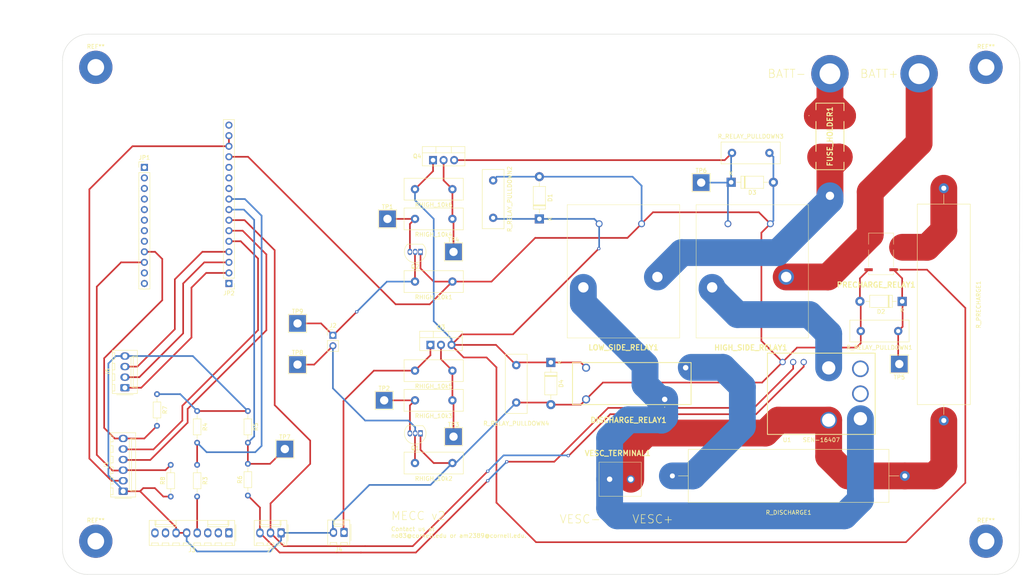
<source format=kicad_pcb>
(kicad_pcb (version 20221018) (generator pcbnew)
  (title_block (title "Relay Board") (rev "v1"))
  (layers (0 "F.Cu" signal) (31 "B.Cu" signal) (34 "B.Paste" user) (35 "F.Paste" user) (36 "B.SilkS" user "B.Silkscreen") (37 "F.SilkS" user "F.Silkscreen") (38 "B.Mask" user) (39 "F.Mask" user) (44 "Edge.Cuts" user))
  (net 0 "")
  (net 1 "+5V")
  (net 2 "PRE_LOW_DIS")
  (net 3 "HIGH_SIDE")
  (net 4 "VESC_NEG")
  (net 5 "BATT_POS")
  (net 6 "VESC_POS")
  (net 7 "BATT_NEG")
  (net 8 "GND")
  (net 10 "BATT_V_SENSOR")
  (net 11 "BATT_CURR_SENSOR")
  (net 12 "HIGH_SIDE_STM")
  (net 13 "PRE_LOW_DIS_STM")
  (net 14 "Net-(DISCHARGE_RELAY1-NC)")
  (net 15 "VBAT")
  (net 16 "/EN")
  (net 18 "VBUS")
  (net 19 "/D13")
  (net 20 "/D12")
  (net 21 "/D11")
  (net 22 "/D10")
  (net 23 "/D9")
  (net 25 "WAVE_GAUGE")
  (net 26 "/SCL")
  (net 27 "/SDA")
  (net 28 "/BOOT0")
  (net 31 "IO_ESTOP")
  (net 32 "IO_HIGH_SIDE_RELAY")
  (net 33 "IO_LOW_OUT")
  (net 34 "/A2")
  (net 35 "/A1")
  (net 36 "VESC_OUTPUT")
  (net 37 "/~{RESET}")
  (net 38 "Net-(LOW_SIDE_RELAY1-COM)")
  (net 39 "Net-(PRECHARGE_RELAY1-COM)")
  (net 40 "Net-(Q1-D)")
  (net 41 "Net-(Q2-D)")
  (net 42 "Net-(Q3-G)")
  (net 43 "Net-(Q4-G)")
  (net 46 "Net-(HIGH_SIDE_RELAY1-NO)")
  (net 47 "VESC_INPUT")
  (net 48 "VESC_POWER_SWITCH")
  (net 49 "ADVANCE_BUTTON_RED")
  (net 50 "/A4")
  (net 51 "/A3")
  (net 52 "TORQUE_SENSOR")
  (net 53 "+3.3V")
  (footprint "Resistor_THT:R_Axial_DIN0204_L3.6mm_D1.6mm_P7.62mm_Horizontal" (layer "F.Cu") (at 92.71 166.624 -90)
    (fp_text reference "R7")
    (fp_text value "6.57K")
  )
  (footprint "MECC-CUI-Screw-terminal:TB00650802BE" (layer "F.Cu") (at 206.594375 187.09125 180)
    (fp_text reference "VESC_TERMINAL1")
    (fp_text value "TB006-508-02BE" hide)
  )
  (footprint "Connector_Molex:Molex_KK-254_AE-6410-03A_1x03_P2.54mm_Vertical" (layer "F.Cu") (at 122.54 200 180)
    (fp_text reference "J7")
    (fp_text value "IV Sens")
  )
  (footprint "Diode_THT:D_DO-41_SOD81_P10.16mm_Horizontal" (layer "F.Cu") (at 271.840625 144.30375 180)
    (fp_text reference "D2")
    (fp_text value "1N4007")
  )
  (footprint "MECC-Discharge-relay:213932246" (layer "F.Cu") (at 214.75125 167.8825)
    (fp_text reference "DISCHARGE_RELAY1")
    (fp_text value "2-1393224-6" hide)
  )
  (footprint "Connector_PinHeader_2.54mm:PinHeader_1x02_P2.54mm_Vertical" (layer "F.Cu") (at 135 152.46)
    (fp_text reference "J2")
    (fp_text value "STM SIGS")
  )
  (footprint "Resistor_THT:R_Box_L14.0mm_W5.0mm_P9.00mm" (layer "F.Cu") (at 261.8825 151.4475)
    (fp_text reference "R_RELAY_PULLDOWN1")
    (fp_text value "40k")
  )
  (footprint "Resistor_THT:R_Box_L14.0mm_W5.0mm_P9.00mm" (layer "F.Cu") (at 239.92625 108.585 180)
    (fp_text reference "R_RELAY_PULLDOWN3")
    (fp_text value "40k")
  )
  (footprint "TestPoint:TestPoint_THTPad_4.0x4.0mm_Drill2.0mm" (layer "F.Cu") (at 271.145 159.385)
    (fp_text reference "TP5")
    (fp_text value "TestPoint")
  )
  (footprint "MECC-Fuse-holder:01000065Z" (layer "F.Cu") (at 254.47625 104.61625 -90)
    (fp_text reference "FUSE_HOLDER1")
    (fp_text value "01000065Z" hide)
  )
  (footprint "Resistor_THT:R_Axial_DIN0204_L3.6mm_D1.6mm_P7.62mm_Horizontal" (layer "F.Cu") (at 114.554 191.008 90)
    (fp_text reference "R6")
    (fp_text value "9K")
  )
  (footprint "TestPoint:TestPoint_THTPad_4.0x4.0mm_Drill2.0mm" (layer "F.Cu") (at 163.98875 176.8475)
    (fp_text reference "TP3")
    (fp_text value "TestPoint")
  )
  (footprint "Diode_THT:D_DO-41_SOD81_P10.16mm_Horizontal" (layer "F.Cu") (at 230.724375 115.65375)
    (fp_text reference "D3")
    (fp_text value "1N4007")
  )
  (footprint "Resistor_THT:R_Box_L14.0mm_W5.0mm_P9.00mm" (layer "F.Cu") (at 163.72625 183.1975 180)
    (fp_text reference "RHIGH_10k2")
    (fp_text value "10k")
  )
  (footprint "MECC-HV-relay:J115F11AH12VDCSH15U" (layer "F.Cu") (at 226.154375 140.935)
    (fp_text reference "HIGH_SIDE_RELAY1")
    (fp_text value "J115F11AH12VDCSH1.5U" hide)
  )
  (footprint "Resistor_THT:R_Box_L14.0mm_W5.0mm_P9.00mm" (layer "F.Cu") (at 173.51375 115.1975 -90)
    (fp_text reference "R_RELAY_PULLDOWN2")
    (fp_text value "40k")
  )
  (footprint "Resistor_THT:R_Box_L14.0mm_W5.0mm_P9.00mm" (layer "F.Cu") (at 163.72625 124.46 180)
    (fp_text reference "RHIGH_10k4")
    (fp_text value "10k")
  )
  (footprint "Resistor_THT:R_Box_L14.0mm_W5.0mm_P9.00mm" (layer "F.Cu") (at 163.72625 139.54125 180)
    (fp_text reference "RHIGH_10k1")
    (fp_text value "10k")
  )
  (footprint "Resistor_THT:R_Axial_DIN0204_L3.6mm_D1.6mm_P7.62mm_Horizontal" (layer "F.Cu") (at 102.362 183.642 -90)
    (fp_text reference "R3")
    (fp_text value "9.8K")
  )
  (footprint "TestPoint:TestPoint_THTPad_4.0x4.0mm_Drill2.0mm" (layer "F.Cu") (at 163.98875 132.3975)
    (fp_text reference "TP4")
    (fp_text value "TestPoint")
  )
  (footprint "Diode_THT:D_DO-41_SOD81_P10.16mm_Horizontal" (layer "F.Cu") (at 187.385625 158.9925 -90)
    (fp_text reference "D4")
    (fp_text value "1N4007")
  )
  (footprint "MECC-SEN-16407:SEN-16407" (layer "F.Cu") (at 265.352125 156.74975 -90)
    (fp_text reference "U1")
    (fp_text value "SEN-16407")
  )
  (footprint "Diode_THT:D_DO-41_SOD81_P10.16mm_Horizontal" (layer "F.Cu") (at 184.62625 124.46 90)
    (fp_text reference "D1")
    (fp_text value "1N4007")
  )
  (footprint "Resistor_THT:R_Axial_Power_L48.0mm_W12.5mm_P55.88mm" (layer "F.Cu") (at 281.841875 172.9625 90)
    (fp_text reference "R_PRECHARGE1")
    (fp_text value "R")
  )
  (footprint "Resistor_THT:R_Axial_Power_L48.0mm_W12.5mm_P55.88mm" (layer "F.Cu") (at 216.595625 186.2975)
    (fp_text reference "R_DISCHARGE1")
    (fp_text value "R")
  )
  (footprint "Package_TO_SOT_THT:TO-92_Inline" (layer "F.Cu") (at 156.05125 176.05375 180)
    (fp_text reference "Q1")
    (fp_text value "NMOS")
  )
  (footprint "Connector_Molex:Molex_KK-254_AE-6410-04A_1x04_P2.54mm_Vertical" (layer "F.Cu") (at 85 165.08 90)
    (fp_text reference "J6")
    (fp_text value "VESC IN")
  )
  (footprint "Resistor_THT:R_Axial_DIN0204_L3.6mm_D1.6mm_P7.62mm_Horizontal" (layer "F.Cu") (at 96.012 191.262 90)
    (fp_text reference "R8")
    (fp_text value "9.8K")
  )
  (footprint "Connector_PinHeader_2.54mm:PinHeader_1x12_P2.54mm_Vertical" (layer "F.Cu") (at 89.68 112.06)
    (fp_text reference "JP1")
    (fp_text value "HEADER-1X12")
  )
  (footprint "TestPoint:TestPoint_THTPad_4.0x4.0mm_Drill2.0mm" (layer "F.Cu") (at 147.32 168.11625)
    (fp_text reference "TP2")
    (fp_text value "TestPoint")
  )
  (footprint "MountingHole:MountingHole_4mm_Pad" (layer "F.Cu") (at 78 88)
    (fp_text reference "REF**")
    (fp_text value "MountingHole_4mm_Pad")
  )
  (footprint "Connector_Molex:Molex_KK-254_AE-6410-08A_1x08_P2.54mm_Vertical" (layer "F.Cu") (at 110 200 180)
    (fp_text reference "J3")
    (fp_text value "Wave_Gauge")
  )
  (footprint "TestPoint:TestPoint_THTPad_4.0x4.0mm_Drill2.0mm" (layer "F.Cu") (at 126.492 159.512)
    (fp_text reference "TP8")
    (fp_text value "TestPoint")
  )
  (footprint "Resistor_THT:R_Box_L14.0mm_W5.0mm_P9.00mm" (layer "F.Cu") (at 163.72625 168.11625 180)
    (fp_text reference "RHIGH_10k3")
    (fp_text value "10k")
  )
  (footprint "Resistor_THT:R_Box_L14.0mm_W5.0mm_P9.00mm" (layer "F.Cu") (at 163.72625 160.9725 180)
    (fp_text reference "RHIGH_10k5")
    (fp_text value "10k")
  )
  (footprint "Package_TO_SOT_THT:TO-220-3_Vertical" (layer "F.Cu") (at 158.4325 154.77375)
    (fp_text reference "Q3")
    (fp_text value "PMOS")
  )
  (footprint "Resistor_THT:R_Box_L14.0mm_W5.0mm_P9.00mm" (layer "F.Cu") (at 163.72625 117.31625 180)
    (fp_text reference "RHIGH_10k6")
    (fp_text value "10k")
  )
  (footprint "Package_TO_SOT_THT:TO-92_Inline" (layer "F.Cu") (at 156.05125 132.3975 180)
    (fp_text reference "Q2")
    (fp_text value "NMOS")
  )
  (footprint "Connector_Molex:Molex_KK-254_AE-6410-02A_1x02_P2.54mm_Vertical" (layer "F.Cu") (at 137.668 199.898 180)
    (fp_text reference "J4")
    (fp_text value "4.9V")
  )
  (footprint "TestPoint:TestPoint_THTPad_4.0x4.0mm_Drill2.0mm" (layer "F.Cu") (at 148.11375 124.46)
    (fp_text reference "TP1")
    (fp_text value "TestPoint")
  )
  (footprint "TestPoint:TestPoint_THTPad_4.0x4.0mm_Drill2.0mm" (layer "F.Cu") (at 123.444 179.832)
    (fp_text reference "TP7")
    (fp_text value "TestPoint")
  )
  (footprint "Connector_Molex:Molex_KK-254_AE-6410-06A_1x06_P2.54mm_Vertical" (layer "F.Cu") (at 84.582 189.992 90)
    (fp_text reference "J1")
    (fp_text value "UI BUS")
  )
  (footprint "MountingHole:MountingHole_4mm_Pad" (layer "F.Cu") (at 292 88)
    (fp_text reference "REF**")
    (fp_text value "MountingHole_4mm_Pad")
  )
  (footprint "TestPoint:TestPoint_THTPad_4.0x4.0mm_Drill2.0mm" (layer "F.Cu") (at 223.52 115.72875)
    (fp_text reference "TP6")
    (fp_text value "TestPoint")
  )
  (footprint "MECC-Precharge-relay:IMB03CGR" (layer "F.Cu") (at 266.760625 133.985 90)
    (fp_text reference "PRECHARGE_RELAY1")
    (fp_text value "IMB03CGR" hide)
  )
  (footprint "Resistor_THT:R_Box_L14.0mm_W5.0mm_P9.00mm" (layer "F.Cu") (at 179.07 159.6475 -90)
    (fp_text reference "R_RELAY_PULLDOWN4")
    (fp_text value "40k")
  )
  (footprint "Resistor_THT:R_Axial_DIN0204_L3.6mm_D1.6mm_P7.62mm_Horizontal" (layer "F.Cu") (at 102.362 170.688 -90)
    (fp_text reference "R4")
    (fp_text value "3.9K")
  )
  (footprint "Resistor_THT:R_Axial_DIN0204_L3.6mm_D1.6mm_P7.62mm_Horizontal" (layer "F.Cu") (at 114.554 170.688 -90)
    (fp_text reference "R5")
    (fp_text value "7.45K")
  )
  (footprint "MountingHole:MountingHole_4mm_Pad" (layer "F.Cu") (at 78 202)
    (fp_text reference "REF**")
    (fp_text value "MountingHole_4mm_Pad")
  )
  (footprint "Connector_PinHeader_2.54mm:PinHeader_1x16_P2.54mm_Vertical" (layer "F.Cu") (at 110 140 180)
    (fp_text reference "JP2")
    (fp_text value "HEADER-1X16ROUND")
  )
  (footprint "MECC-HV-relay:J115F11AH12VDCSH15U" (layer "F.Cu") (at 195.198125 140.935)
    (fp_text reference "LOW_SIDE_RELAY1")
    (fp_text value "J115F11AH12VDCSH1.5U" hide)
  )
  (footprint "Package_TO_SOT_THT:TO-220-3_Vertical" (layer "F.Cu") (at 159.0675 110.32375)
    (fp_text reference "Q4")
    (fp_text value "PMOS")
  )
  (footprint "TestPoint:TestPoint_THTPad_4.0x4.0mm_Drill2.0mm" (layer "F.Cu") (at 126.492 149.606)
    (fp_text reference "TP9")
    (fp_text value "TestPoint")
  )
  (footprint "MountingHole:MountingHole_4mm_Pad" (layer "F.Cu") (at 292 202)
    (fp_text reference "REF**")
    (fp_text value "MountingHole_4mm_Pad")
  )
  (gr_line (start 292.948638 80) (end 76.35 80) (stroke (width 0.1)) (layer "Edge.Cuts"))
  (gr_arc (start 299.999965 204.07112) (mid 298.263454 208.263454) (end 294.071135 210) (stroke (width 0.1)) (layer "Edge.Cuts"))
  (gr_line (start 294.071135 210) (end 76 210) (stroke (width 0.1)) (layer "Edge.Cuts"))
  (gr_arc (start 70 86.35) (mid 71.859872 81.859872) (end 76.35 80) (stroke (width 0.1)) (layer "Edge.Cuts"))
  (gr_line (start 70 204) (end 70 86.35) (stroke (width 0.1)) (layer "Edge.Cuts"))
  (gr_arc (start 76 210) (mid 71.757359 208.242641) (end 70 204) (stroke (width 0.1)) (layer "Edge.Cuts"))
  (gr_arc (start 292.948638 80) (mid 298 82.092374) (end 300.092388 87.14375) (stroke (width 0.1)) (layer "Edge.Cuts"))
  (gr_line (start 300.092388 87.14375) (end 299.999965 204.07112) (stroke (width 0.1)) (layer "Edge.Cuts"))
  (gr_text "VESC+\n" (at 206.85125 196.69125) (layer "F.SilkS") (effects (font (size 2 2)) (justify left)))
  (gr_text "BATT-" (at 239.395 89.535) (layer "F.SilkS") (effects (font (size 2 2)) (justify left)))
  (gr_text "BATT+" (at 261.62 89.535) (layer "F.SilkS") (effects (font (size 2 2)) (justify left)))
  (gr_text "VESC-" (at 189.38875 196.69125) (layer "F.SilkS") (effects (font (size 2 2)) (justify left)))
  (gr_text "MECC v2" (at 148.9075 195.8975) (layer "F.SilkS") (effects (font (size 2 2)) (justify left)))
  (gr_text "Contact us at\nno83@cornell.edu or am2389@cornell.edu." (at 148.9075 199.86625) (layer "F.SilkS") (effects (font (size 1 1)) (justify left)))
  (segment (start 158.4325 157.26625) (end 158.4325 154.77375) (width 0.4) (layer "F.Cu") (net 1))
  (segment (start 137.54 168.276) (end 144.8435 160.9725) (width 0.4) (layer "F.Cu") (net 1))
  (segment (start 144.8435 160.9725) (end 154.72625 160.9725) (width 0.4) (layer "F.Cu") (net 1))
  (segment (start 137.54 200) (end 137.54 168.276) (width 0.4) (layer "F.Cu") (net 1))
  (segment (start 154.72625 160.9725) (end 158.4325 157.26625) (width 0.4) (layer "F.Cu") (net 1))
  (segment (start 171.92625 157.7975) (end 174.3075 160.17875) (width 0.4) (layer "F.Cu") (net 2))
  (segment (start 187.385625 158.9925) (end 194.58125 158.9925) (width 0.4) (layer "F.Cu") (net 2))
  (segment (start 178.27625 152.24125) (end 198.91375 131.60375) (width 0.4) (layer "F.Cu") (net 2))
  (segment (start 159.0675 110.32375) (end 159.0675 112.975) (width 0.4) (layer "F.Cu") (net 2))
  (segment (start 271.93875 144.401875) (end 271.840625 144.30375) (width 0.4) (layer "F.Cu") (net 2))
  (segment (start 270.8825 159.1225) (end 271.145 159.385) (width 0.4) (layer "F.Cu") (net 2))
  (segment (start 166.02075 152.24125) (end 178.27625 152.24125) (width 0.4) (layer "F.Cu") (net 2))
  (segment (start 271.840625 144.30375) (end 271.840625 138.765) (width 0.4) (layer "F.Cu") (net 2))
  (segment (start 174.3075 192.7225) (end 183.8325 202.2475) (width 0.4) (layer "F.Cu") (net 2))
  (segment (start 270.8825 151.4475) (end 270.8825 159.1225) (width 0.4) (layer "F.Cu") (net 2))
  (segment (start 174.19625 154.77375) (end 163.5125 154.77375) (width 0.4) (layer "F.Cu") (net 2))
  (segment (start 287.02 145.89125) (end 277.81375 136.685) (width 0.4) (layer "F.Cu") (net 2))
  (segment (start 272.7325 202.2475) (end 287.02 187.96) (width 0.4) (layer "F.Cu") (net 2))
  (segment (start 194.58125 158.9925) (end 195.85125 160.2625) (width 0.4) (layer "F.Cu") (net 2))
  (segment (start 174.3075 160.17875) (end 174.3075 192.7225) (width 0.4) (layer "F.Cu") (net 2))
  (segment (start 163.5125 154.77375) (end 163.5125 154.7495) (width 0.4) (layer "F.Cu") (net 2))
  (segment (start 271.840625 138.765) (end 269.760625 136.685) (width 0.4) (layer "F.Cu") (net 2))
  (segment (start 163.5125 154.8765) (end 166.4335 157.7975) (width 0.4) (layer "F.Cu") (net 2))
  (segment (start 163.5125 154.77375) (end 163.5125 154.8765) (width 0.4) (layer "F.Cu") (net 2))
  (segment (start 179.07 159.6475) (end 174.19625 154.77375) (width 0.4) (layer "F.Cu") (net 2))
  (segment (start 187.385625 158.9925) (end 179.725 158.9925) (width 0.4) (layer "F.Cu") (net 2))
  (segment (start 179.725 158.9925) (end 179.07 159.6475) (width 0.4) (layer "F.Cu") (net 2))
  (segment (start 183.8325 202.2475) (end 272.7325 202.2475) (width 0.4) (layer "F.Cu") (net 2))
  (segment (start 270.8825 151.4475) (end 271.93875 150.39125) (width 0.4) (layer "F.Cu") (net 2))
  (segment (start 271.93875 150.39125) (end 271.93875 144.401875) (width 0.4) (layer "F.Cu") (net 2))
  (segment (start 287.02 187.96) (end 287.02 145.89125) (width 0.4) (layer "F.Cu") (net 2))
  (segment (start 163.5125 154.7495) (end 166.02075 152.24125) (width 0.4) (layer "F.Cu") (net 2))
  (segment (start 277.81375 136.685) (end 269.760625 136.685) (width 0.4) (layer "F.Cu") (net 2))
  (segment (start 159.0675 112.975) (end 154.72625 117.31625) (width 0.4) (layer "F.Cu") (net 2))
  (segment (start 166.4335 157.7975) (end 171.92625 157.7975) (width 0.4) (layer "F.Cu") (net 2))
  (via (at 198.91375 131.60375) (size 0.8) (drill 0.4) (layers "F.Cu" "B.Cu") (net 2))
  (segment (start 173.77625 124.46) (end 173.51375 124.1975) (width 0.4) (layer "B.Cu") (net 2))
  (segment (start 154.72625 117.31625) (end 154.72625 119.96) (width 0.4) (layer "B.Cu") (net 2))
  (segment (start 198.91375 131.60375) (end 198.998125 131.519375) (width 0.4) (layer "B.Cu") (net 2))
  (segment (start 163.5125 153.3525) (end 163.5125 154.77375) (width 0.4) (layer "B.Cu") (net 2))
  (segment (start 197.823125 124.46) (end 198.998125 125.635) (width 0.4) (layer "B.Cu") (net 2))
  (segment (start 198.998125 131.519375) (end 198.998125 125.635) (width 0.4) (layer "B.Cu") (net 2))
  (segment (start 159.22625 149.06625) (end 163.5125 153.3525) (width 0.4) (layer "B.Cu") (net 2))
  (segment (start 184.62625 124.46) (end 197.823125 124.46) (width 0.4) (layer "B.Cu") (net 2))
  (segment (start 184.62625 124.46) (end 173.77625 124.46) (width 0.4) (layer "B.Cu") (net 2))
  (segment (start 154.72625 119.96) (end 159.22625 124.46) (width 0.4) (layer "B.Cu") (net 2))
  (segment (start 159.22625 124.46) (end 159.22625 149.06625) (width 0.4) (layer "B.Cu") (net 2))
  (segment (start 164.1475 110.32375) (end 229.1875 110.32375) (width 0.4) (layer "F.Cu") (net 3))
  (segment (start 229.1875 110.32375) (end 230.92625 108.585) (width 0.4) (layer "F.Cu") (net 3))
  (segment (start 230.72438 108.786879) (end 230.926259 108.585) (width 0.4) (layer "B.Cu") (net 3))
  (segment (start 229.954375 125.635) (end 229.954375 116.42375) (width 0.4) (layer "B.Cu") (net 3))
  (segment (start 229.954375 116.42375) (end 230.724375 115.65375) (width 0.4) (layer "B.Cu") (net 3))
  (segment (start 223.52 115.72875) (end 230.649375 115.72875) (width 0.4) (layer "B.Cu") (net 3))
  (segment (start 230.724375 115.65375) (end 230.724375 108.786875) (width 0.4) (layer "B.Cu") (net 3))
  (segment (start 210.02625 164.329375) (end 210.02625 159.604375) (width 6.45) (layer "B.Cu") (net 4))
  (segment (start 213.995 172.87875) (end 214.75125 172.1225) (width 6.45) (layer "B.Cu") (net 4))
  (segment (start 195.198125 144.77625) (end 195.198125 140.935) (width 6.45) (layer "B.Cu") (net 4))
  (segment (start 261.796125 172.52875) (end 261.796125 192.05575) (width 6.45) (layer "B.Cu") (net 4))
  (segment (start 203.335625 195.8975) (end 201.514375 194.07625) (width 6.45) (layer "B.Cu") (net 4))
  (segment (start 214.75125 167.8825) (end 213.579375 167.8825) (width 6.45) (layer "B.Cu") (net 4))
  (segment (start 213.92 172.80375) (end 213.995 172.87875) (width 6.45) (layer "B.Cu") (net 4))
  (segment (start 201.514375 194.07625) (end 201.514375 187.09125) (width 6.45) (layer "B.Cu") (net 4))
  (segment (start 213.579375 167.8825) (end 210.02625 164.329375) (width 6.45) (layer "B.Cu") (net 4))
  (segment (start 201.514375 177.2475) (end 205.958125 172.80375) (width 6.45) (layer "B.Cu") (net 4))
  (segment (start 210.02625 159.604375) (end 195.198125 144.77625) (width 6.45) (layer "B.Cu") (net 4))
  (segment (start 261.796125 192.05575) (end 257.954375 195.8975) (width 6.45) (layer "B.Cu") (net 4))
  (segment (start 201.514375 187.09125) (end 201.514375 177.2475) (width 6.45) (layer "B.Cu") (net 4))
  (segment (start 214.75125 172.1225) (end 214.75125 167.8825) (width 6.45) (layer "B.Cu") (net 4))
  (segment (start 205.958125 172.80375) (end 213.92 172.80375) (width 6.45) (layer "B.Cu") (net 4))
  (segment (start 257.954375 195.8975) (end 203.335625 195.8975) (width 6.45) (layer "B.Cu") (net 4))
  (segment (start 243.954375 138.435) (end 253.995 138.435) (width 6.45) (layer "F.Cu") (net 5))
  (segment (start 275.9075 106.20375) (end 275.9075 89.535) (width 6.45) (layer "F.Cu") (net 5))
  (segment (start 264.16 117.95125) (end 275.9075 106.20375) (width 6.45) (layer "F.Cu") (net 5))
  (segment (start 264.16 128.27) (end 264.16 117.95125) (width 6.45) (layer "F.Cu") (net 5))
  (segment (start 253.995 138.435) (end 264.16 128.27) (width 6.45) (layer "F.Cu") (net 5))
  (via (at 275.9075 89.535) (size 9) (drill 5) (layers "F.Cu" "B.Cu") (net 5))
  (segment (start 279.460625 186.2975) (end 281.841875 183.91625) (width 6.45) (layer "F.Cu") (net 6))
  (segment (start 281.841875 183.91625) (end 281.841875 172.9625) (width 6.45) (layer "F.Cu") (net 6))
  (segment (start 206.594375 187.09125) (end 206.594375 179.78875) (width 6.45) (layer "F.Cu") (net 6))
  (segment (start 254.173125 172.87875) (end 254.173125 181.6475) (width 6.45) (layer "F.Cu") (net 6))
  (segment (start 242.079375 172.87875) (end 254.173125 172.87875) (width 6.45) (layer "F.Cu") (net 6))
  (segment (start 210.404375 175.97875) (end 238.979375 175.97875) (width 6.45) (layer "F.Cu") (net 6))
  (segment (start 238.979375 175.97875) (end 242.079375 172.87875) (width 6.45) (layer "F.Cu") (net 6))
  (segment (start 272.475625 186.2975) (end 279.460625 186.2975) (width 6.45) (layer "F.Cu") (net 6))
  (segment (start 258.823125 186.2975) (end 272.475625 186.2975) (width 6.45) (layer "F.Cu") (net 6))
  (segment (start 254.173125 181.6475) (end 258.823125 186.2975) (width 6.45) (layer "F.Cu") (net 6))
  (segment (start 206.594375 179.78875) (end 210.404375 175.97875) (width 6.45) (layer "F.Cu") (net 6))
  (segment (start 254.47625 96.62625) (end 251.44625 99.65625) (width 6.45) (layer "F.Cu") (net 7))
  (segment (start 254.47625 89.535) (end 254.47625 96.62625) (width 6.45) (layer "F.Cu") (net 7))
  (segment (start 257.50625 99.65625) (end 254.47625 96.62625) (width 6.45) (layer "F.Cu") (net 7))
  (segment (start 251.44625 99.65625) (end 257.50625 99.65625) (width 6.45) (layer "F.Cu") (net 7))
  (via (at 254.47625 89.535) (size 9) (drill 5) (layers "F.Cu" "B.Cu") (net 7))
  (segment (start 163.72625 139.54125) (end 159.22625 139.54125) (width 0.4) (layer "F.Cu") (net 8))
  (segment (start 195.85125 167.8825) (end 199.90375 163.83) (width 0.4) (layer "F.Cu") (net 8))
  (segment (start 246.576025 155.41625) (end 260.82625 155.41625) (width 0.4) (layer "F.Cu") (net 8))
  (segment (start 92.202 189.23) (end 89.408 189.23) (width 0.4) (layer "F.Cu") (net 8))
  (segment (start 261.680625 144.30375) (end 261.680625 138.765) (width 0.4) (layer "F.Cu") (net 8))
  (segment (start 199.90375 163.83) (end 238.162275 163.83) (width 0.4) (layer "F.Cu") (net 8))
  (segment (start 194.58125 169.1525) (end 195.85125 167.8825) (width 0.4) (layer "F.Cu") (net 8))
  (segment (start 94.234 191.262) (end 92.202 189.23) (width 0.4) (layer "F.Cu") (net 8))
  (segment (start 179.575 169.1525) (end 179.07 168.6475) (width 0.4) (layer "F.Cu") (net 8))
  (segment (start 261.8825 151.4475) (end 261.874 151.439) (width 0.4) (layer "F.Cu") (net 8))
  (segment (start 260.82625 155.41625) (end 261.8825 154.36) (width 0.4) (layer "F.Cu") (net 8))
  (segment (start 159.22625 139.54125) (end 156.05125 136.36625) (width 0.4) (layer "F.Cu") (net 8))
  (segment (start 187.385625 169.1525) (end 194.58125 169.1525) (width 0.4) (layer "F.Cu") (net 8))
  (segment (start 237.391875 122.8725) (end 240.154375 125.635) (width 0.4) (layer "F.Cu") (net 8))
  (segment (start 209.198125 125.635) (end 209.198125 125.605625) (width 0.4) (layer "F.Cu") (net 8))
  (segment (start 261.8825 154.36) (end 261.8825 151.4475) (width 0.4) (layer "F.Cu") (net 8))
  (segment (start 238.162275 163.83) (end 243.091525 158.90075) (width 0.4) (layer "F.Cu") (net 8))
  (segment (start 156.05125 180.0225) (end 156.05125 176.05375) (width 0.4) (layer "F.Cu") (net 8))
  (segment (start 163.98875 139.80375) (end 163.72625 139.54125) (width 0.4) (layer "F.Cu") (net 8))
  (segment (start 96.012 191.262) (end 94.234 191.262) (width 0.4) (layer "F.Cu") (net 8))
  (segment (start 209.198125 125.605625) (end 211.93125 122.8725) (width 0.4) (layer "F.Cu") (net 8))
  (segment (start 163.12625 140.14125) (end 158.2675 145) (width 0.4) (layer "F.Cu") (net 8))
  (segment (start 173.116875 139.54125) (end 163.72625 139.54125) (width 0.4) (layer "F.Cu") (net 8))
  (segment (start 237.998 127.791375) (end 240.154375 125.635) (width 0.4) (layer "F.Cu") (net 8))
  (segment (start 150.08 145) (end 114.6 109.52) (width 0.4) (layer "F.Cu") (net 8))
  (segment (start 156.05125 136.36625) (end 156.05125 132.3975) (width 0.4) (layer "F.Cu") (net 8))
  (segment (start 114.6 109.52) (end 110 109.52) (width 0.4) (layer "F.Cu") (net 8))
  (segment (start 205.801125 129.032) (end 183.626125 129.032) (width 0.4) (layer "F.Cu") (net 8))
  (segment (start 159.22625 183.1975) (end 156.05125 180.0225) (width 0.4) (layer "F.Cu") (net 8))
  (segment (start 179.07 168.6475) (end 186.880625 168.6475) (width 0.4) (layer "F.Cu") (net 8))
  (segment (start 88.646 189.992) (end 97.3 198.646) (width 0.4) (layer "F.Cu") (net 8))
  (segment (start 183.626125 129.032) (end 173.116875 139.54125) (width 0.4) (layer "F.Cu") (net 8))
  (segment (start 261.874 151.439) (end 261.874 144.497125) (width 0.4) (layer "F.Cu") (net 8))
  (segment (start 261.680625 138.765) (end 263.760625 136.685) (width 0.4) (layer "F.Cu") (net 8))
  (segment (start 89.408 189.23) (end 88.646 189.992) (width 0.4) (layer "F.Cu") (net 8))
  (segment (start 97.3 200) (end 99.84 200) (width 0.4) (layer "F.Cu") (net 8))
  (segment (start 163.72625 183.1975) (end 159.22625 183.1975) (width 0.4) (layer "F.Cu") (net 8))
  (segment (start 102.362 170.688) (end 114.554 170.688) (width 0.4) (layer "F.Cu") (net 8))
  (segment (start 261.874 144.497125) (end 261.680625 144.30375) (width 0.4) (layer "F.Cu") (net 8))
  (segment (start 97.3 198.646) (end 97.3 200) (width 0.4) (layer "F.Cu") (net 8))
  (segment (start 243.091525 158.90075) (end 246.576025 155.41625) (width 0.4) (layer "F.Cu") (net 8))
  (segment (start 209.198125 125.635) (end 205.801125 129.032) (width 0.4) (layer "F.Cu") (net 8))
  (segment (start 237.998 153.807225) (end 237.998 127.791375) (width 0.4) (layer "F.Cu") (net 8))
  (segment (start 84.836 189.992) (end 88.646 189.992) (width 0.4) (layer "F.Cu") (net 8))
  (segment (start 243.091525 158.90075) (end 237.998 153.807225) (width 0.4) (layer "F.Cu") (net 8))
  (segment (start 158.2675 145) (end 150.08 145) (width 0.4) (layer "F.Cu") (net 8))
  (segment (start 211.93125 122.8725) (end 237.391875 122.8725) (width 0.4) (layer "F.Cu") (net 8))
  (segment (start 186.880625 168.6475) (end 186.961361 168.728236) (width 0.4) (layer "F.Cu") (net 8))
  (segment (start 240.884375 115.65375) (end 240.884375 109.543125) (width 0.4) (layer "B.Cu") (net 8))
  (segment (start 207.01 114.3) (end 209.2325 116.5225) (width 0.4) (layer "B.Cu") (net 8))
  (segment (start 184.62625 114.3) (end 207.01 114.3) (width 0.4) (layer "B.Cu") (net 8))
  (segment (start 240.154384 125.635004) (end 240.88438 124.905008) (width 0.4) (layer "B.Cu") (net 8))
  (segment (start 184.62625 114.3) (end 174.41125 114.3) (width 0.4) (layer "B.Cu") (net 8))
  (segment (start 82.824 157.46) (end 85 157.46) (width 0.4) (layer "B.Cu") (net 8))
  (segment (start 179.07 168.6475) (end 164.52 183.1975) (width 0.4) (layer "B.Cu") (net 8))
  (segment (start 119.888 204.47) (end 122.54 201.818) (width 0.4) (layer "B.Cu") (net 8))
  (segment (start 101.326 157.46) (end 85 157.46) (width 0.4) (layer "B.Cu") (net 8))
  (segment (start 92.71 166.624) (end 98.298 166.624) (width 0.4) (layer "B.Cu") (net 8))
  (segment (start 81.026 186.182) (end 81.026 159.258) (width 0.4) (layer "B.Cu") (net 8))
  (segment (start 122.54 201.818) (end 122.54 200) (width 0.4) (layer "B.Cu") (net 8))
  (segment (start 164.52 183.1975) (end 163.72625 183.1975) (width 0.4) (layer "B.Cu") (net 8))
  (segment (start 99.84 200) (end 99.84 201.948) (width 0.4) (layer "B.Cu") (net 8))
  (segment (start 174.41125 114.3) (end 173.51375 115.1975) (width 0.4) (layer "B.Cu") (net 8))
  (segment (start 240.884375 124.905) (end 240.884375 115.65375) (width 0.4) (layer "B.Cu") (net 8))
  (segment (start 102.362 204.47) (end 119.888 204.47) (width 0.4) (layer "B.Cu") (net 8))
  (segment (start 135 200) (end 135 197.232) (width 0.4) (layer "B.Cu") (net 8))
  (segment (start 143.764 188.468) (end 158.45575 188.468) (width 0.4) (layer "B.Cu") (net 8))
  (segment (start 99.84 201.948) (end 102.362 204.47) (width 0.4) (layer "B.Cu") (net 8))
  (segment (start 81.026 159.258) (end 82.824 157.46) (width 0.4) (layer "B.Cu") (net 8))
  (segment (start 114.554 170.688) (end 101.326 157.46) (width 0.4) (layer "B.Cu") (net 8))
  (segment (start 209.198125 116.556875) (end 209.198125 125.635) (width 0.4) (layer "B.Cu") (net 8))
  (segment (start 240.88438 109.543113) (end 239.926241 108.585) (width 0.4) (layer "B.Cu") (net 8))
  (segment (start 122.54 200) (end 135 200) (width 0.4) (layer "B.Cu") (net 8))
  (segment (start 158.45575 188.468) (end 163.72625 183.1975) (width 0.4) (layer "B.Cu") (net 8))
  (segment (start 84.836 189.992) (end 81.026 186.182) (width 0.4) (layer "B.Cu") (net 8))
  (segment (start 98.298 166.624) (end 102.362 170.688) (width 0.4) (layer "B.Cu") (net 8))
  (segment (start 209.2325 116.5225) (end 209.198125 116.556875) (width 0.4) (layer "B.Cu") (net 8))
  (segment (start 135 197.232) (end 143.764 188.468) (width 0.4) (layer "B.Cu") (net 8))
  (segment (start 122.184 204.724) (end 141.732 204.724) (width 0.4) (layer "F.Cu") (net 10))
  (segment (start 117.46 200) (end 117.46 193.914) (width 0.4) (layer "F.Cu") (net 10))
  (segment (start 201.168 169.926) (end 236.22 169.926) (width 0.4) (layer "F.Cu") (net 10))
  (segment (start 176.784 182.88) (end 188.214 182.88) (width 0.4) (layer "F.Cu") (net 10))
  (segment (start 117.46 193.914) (end 114.554 191.008) (width 0.4) (layer "F.Cu") (net 10))
  (segment (start 154.94 204.724) (end 172.212 187.452) (width 0.4) (layer "F.Cu") (net 10))
  (segment (start 188.214 182.88) (end 201.168 169.926) (width 0.4) (layer "F.Cu") (net 10))
  (segment (start 117.46 200) (end 122.184 204.724) (width 0.4) (layer "F.Cu") (net 10))
  (segment (start 245.631525 160.514475) (end 245.631525 158.90075) (width 0.4) (layer "F.Cu") (net 10))
  (segment (start 236.22 169.926) (end 245.631525 160.514475) (width 0.4) (layer "F.Cu") (net 10))
  (segment (start 141.732 204.724) (end 154.94 204.724) (width 0.4) (layer "F.Cu") (net 10))
  (via (at 172.212 187.452) (size 0.8) (drill 0.4) (layers "F.Cu" "B.Cu") (net 10))
  (via (at 176.784 182.88) (size 0.8) (drill 0.4) (layers "F.Cu" "B.Cu") (net 10))
  (segment (start 172.212 187.452) (end 176.784 182.88) (width 0.4) (layer "B.Cu") (net 10))
  (segment (start 142.748 203.2) (end 154.178 203.2) (width 0.4) (layer "F.Cu") (net 11))
  (segment (start 191.712668 181.413332) (end 201.676 171.45) (width 0.4) (layer "F.Cu") (net 11))
  (segment (start 191.573332 181.413332) (end 191.712668 181.413332) (width 0.4) (layer "F.Cu") (net 11))
  (segment (start 236.728 171.45) (end 248.171525 160.006475) (width 0.4) (layer "F.Cu") (net 11))
  (segment (start 154.178 203.2) (end 172.212 185.166) (width 0.4) (layer "F.Cu") (net 11))
  (segment (start 120 200) (end 120 192.928) (width 0.4) (layer "F.Cu") (net 11))
  (segment (start 129.54 183.388) (end 129.54 177.8) (width 0.4) (layer "F.Cu") (net 11))
  (segment (start 121 132) (end 113.76 124.76) (width 0.4) (layer "F.Cu") (net 11))
  (segment (start 120 192.928) (end 129.54 183.388) (width 0.4) (layer "F.Cu") (net 11))
  (segment (start 248.171525 160.006475) (end 248.171525 158.90075) (width 0.4) (layer "F.Cu") (net 11))
  (segment (start 121 169.26) (end 121 132) (width 0.4) (layer "F.Cu") (net 11))
  (segment (start 129.54 177.8) (end 121 169.26) (width 0.4) (layer "F.Cu") (net 11))
  (segment (start 123.2 203.2) (end 142.748 203.2) (width 0.4) (layer "F.Cu") (net 11))
  (segment (start 201.676 171.45) (end 236.728 171.45) (width 0.4) (layer "F.Cu") (net 11))
  (segment (start 120 200) (end 123.2 203.2) (width 0.4) (layer "F.Cu") (net 11))
  (segment (start 113.76 124.76) (end 110 124.76) (width 0.4) (layer "F.Cu") (net 11))
  (via (at 191.573332 181.413332) (size 0.8) (drill 0.4) (layers "F.Cu" "B.Cu") (net 11))
  (via (at 172.212 185.166) (size 0.8) (drill 0.4) (layers "F.Cu" "B.Cu") (net 11))
  (segment (start 190.246 181.356) (end 191.516 181.356) (width 0.4) (layer "B.Cu") (net 11))
  (segment (start 191.516 181.356) (end 191.573332 181.413332) (width 0.4) (layer "B.Cu") (net 11))
  (segment (start 176.022 181.356) (end 176.276 181.356) (width 0.4) (layer "B.Cu") (net 11))
  (segment (start 176.276 181.356) (end 190.246 181.356) (width 0.4) (layer "B.Cu") (net 11))
  (segment (start 172.212 185.166) (end 176.022 181.356) (width 0.4) (layer "B.Cu") (net 11))
  (segment (start 154.72625 139.54125) (end 154.72625 132.4525) (width 0.4) (layer "F.Cu") (net 12))
  (segment (start 154.72625 132.4525) (end 154.78125 132.3975) (width 0.4) (layer "F.Cu") (net 12))
  (segment (start 135.068 152.46) (end 140.716 146.812) (width 0.4) (layer "F.Cu") (net 12))
  (segment (start 135 152.46) (end 135.068 152.46) (width 0.4) (layer "F.Cu") (net 12))
  (segment (start 126.492 149.606) (end 132.146 149.606) (width 0.4) (layer "F.Cu") (net 12))
  (segment (start 132.146 149.606) (end 135 152.46) (width 0.4) (layer "F.Cu") (net 12))
  (via (at 140.716 146.812) (size 0.8) (drill 0.4) (layers "F.Cu" "B.Cu") (net 12))
  (segment (start 147.98675 139.54125) (end 154.72625 139.54125) (width 0.4) (layer "B.Cu") (net 12))
  (segment (start 140.716 146.812) (end 147.98675 139.54125) (width 0.4) (layer "B.Cu") (net 12))
  (segment (start 154.72625 176.10875) (end 154.78125 176.05375) (width 0.4) (layer "F.Cu") (net 13))
  (segment (start 130.488 159.512) (end 135 155) (width 0.4) (layer "F.Cu") (net 13))
  (segment (start 154.72625 183.1975) (end 154.72625 176.10875) (width 0.4) (layer "F.Cu") (net 13))
  (segment (start 126.492 159.512) (end 130.488 159.512) (width 0.4) (layer "F.Cu") (net 13))
  (segment (start 135 155) (end 135 165.226) (width 0.4) (layer "B.Cu") (net 13))
  (segment (start 154.78125 174.59325) (end 154.78125 176.05375) (width 0.4) (layer "B.Cu") (net 13))
  (segment (start 153.162 172.974) (end 154.78125 174.59325) (width 0.4) (layer "B.Cu") (net 13))
  (segment (start 142.748 172.974) (end 153.162 172.974) (width 0.4) (layer "B.Cu") (net 13))
  (segment (start 135 165.226) (end 142.748 172.974) (width 0.4) (layer "B.Cu") (net 13))
  (segment (start 233.423125 174.39125) (end 221.516875 186.2975) (width 6.45) (layer "B.Cu") (net 14))
  (segment (start 221.13875 160.17875) (end 228.735625 160.17875) (width 6.45) (layer "B.Cu") (net 14))
  (segment (start 221.516875 186.2975) (end 216.595625 186.2975) (width 6.45) (layer "B.Cu") (net 14))
  (segment (start 233.423125 164.86625) (end 233.423125 174.39125) (width 6.45) (layer "B.Cu") (net 14))
  (segment (start 228.735625 160.17875) (end 233.423125 164.86625) (width 6.45) (layer "B.Cu") (net 14))
  (segment (start 102.362 199.982) (end 102.38 200) (width 0.4) (layer "F.Cu") (net 25))
  (segment (start 102.362 191.262) (end 102.362 199.982) (width 0.4) (layer "F.Cu") (net 25))
  (segment (start 85 185) (end 82 185) (width 0.4) (layer "F.Cu") (net 31))
  (segment (start 82 185) (end 78.232 181.232) (width 0.4) (layer "F.Cu") (net 31))
  (segment (start 78.232 140.768) (end 84.08 134.92) (width 0.4) (layer "F.Cu") (net 31))
  (segment (start 84.08 134.92) (end 89.68 134.92) (width 0.4) (layer "F.Cu") (net 31))
  (segment (start 78.232 181.232) (end 78.232 140.768) (width 0.4) (layer "F.Cu") (net 31))
  (segment (start 94.742 184.912) (end 96.012 183.642) (width 0.4) (layer "F.Cu") (net 31))
  (segment (start 84.836 184.912) (end 94.742 184.912) (width 0.4) (layer "F.Cu") (net 31))
  (segment (start 100.076 173.482) (end 100.076 170.18) (width 0.4) (layer "F.Cu") (net 32))
  (segment (start 113.3 127.3) (end 110 127.3) (width 0.4) (layer "F.Cu") (net 32))
  (segment (start 119 151.256) (end 119 133) (width 0.4) (layer "F.Cu") (net 32))
  (segment (start 91.098 182.46) (end 100.076 173.482) (width 0.4) (layer "F.Cu") (net 32))
  (segment (start 85 182.46) (end 91.098 182.46) (width 0.4) (layer "F.Cu") (net 32))
  (segment (start 119 133) (end 113.3 127.3) (width 0.4) (layer "F.Cu") (net 32))
  (segment (start 100.076 170.18) (end 119 151.256) (width 0.4) (layer "F.Cu") (net 32))
  (segment (start 98.806 169.418) (end 117 151.224) (width 0.4) (layer "F.Cu") (net 33))
  (segment (start 117 134) (end 112.84 129.84) (width 0.4) (layer "F.Cu") (net 33))
  (segment (start 112.84 129.84) (end 110 129.84) (width 0.4) (layer "F.Cu") (net 33))
  (segment (start 117 151.224) (end 117 134) (width 0.4) (layer "F.Cu") (net 33))
  (segment (start 91.86 179.92) (end 98.806 172.974) (width 0.4) (layer "F.Cu") (net 33))
  (segment (start 85 179.92) (end 91.86 179.92) (width 0.4) (layer "F.Cu") (net 33))
  (segment (start 98.806 172.974) (end 98.806 169.418) (width 0.4) (layer "F.Cu") (net 33))
  (segment (start 101 153) (end 101 141) (width 0.4) (layer "F.Cu") (net 36))
  (segment (start 104.54 137.46) (end 110 137.46) (width 0.4) (layer "F.Cu") (net 36))
  (segment (start 85 165.08) (end 88.92 165.08) (width 0.4) (layer "F.Cu") (net 36))
  (segment (start 88.92 165.08) (end 101 153) (width 0.4) (layer "F.Cu") (net 36))
  (segment (start 101 141) (end 104.54 137.46) (width 0.4) (layer "F.Cu") (net 36))
  (segment (start 256.7125 109.57625) (end 254.47625 111.8125) (width 6.45) (layer "F.Cu") (net 38))
  (segment (start 254.47625 118.90375) (end 254.47625 111.8125) (width 6.45) (layer "F.Cu") (net 38))
  (segment (start 252.24 109.57625) (end 256.7125 109.57625) (width 6.45) (layer "F.Cu") (net 38))
  (via (at 254.47625 118.90375) (size 4) (drill 2) (layers "F.Cu" "B.Cu") (net 38))
  (segment (start 254.47625 118.90375) (end 254.47625 120.000625) (width 6.45) (layer "B.Cu") (net 38))
  (segment (start 241.911875 132.565) (end 218.868125 132.565) (width 6.45) (layer "B.Cu") (net 38))
  (segment (start 254.47625 120.000625) (end 241.911875 132.565) (width 6.45) (layer "B.Cu") (net 38))
  (segment (start 218.868125 132.565) (end 212.998125 138.435) (width 6.45) (layer "B.Cu") (net 38))
  (segment (start 277.81375 131.285) (end 281.841875 127.256875) (width 6.45) (layer "F.Cu") (net 39))
  (segment (start 271.93875 131.285) (end 277.81375 131.285) (width 6.45) (layer "F.Cu") (net 39))
  (segment (start 281.841875 127.256875) (end 281.841875 117.0825) (width 6.45) (layer "F.Cu") (net 39))
  (segment (start 153.51125 176.05375) (end 153.51125 169.33125) (width 0.4) (layer "F.Cu") (net 40))
  (segment (start 153.51125 169.33125) (end 154.72625 168.11625) (width 0.4) (layer "F.Cu") (net 40))
  (segment (start 147.32 168.11625) (end 154.72625 168.11625) (width 0.4) (layer "F.Cu") (net 40))
  (segment (start 153.51125 132.3975) (end 153.51125 125.675) (width 0.4) (layer "F.Cu") (net 41))
  (segment (start 148.11375 124.46) (end 154.72625 124.46) (width 0.4) (layer "F.Cu") (net 41))
  (segment (start 153.51125 125.675) (end 154.72625 124.46) (width 0.4) (layer "F.Cu") (net 41))
  (segment (start 163.72625 168.11625) (end 163.72625 160.9725) (width 0.4) (layer "F.Cu") (net 42))
  (segment (start 163.72625 160.9725) (end 160.9725 158.21875) (width 0.4) (layer "F.Cu") (net 42))
  (segment (start 163.98875 168.37875) (end 163.72625 168.11625) (width 0.4) (layer "F.Cu") (net 42))
  (segment (start 160.9725 158.21875) (end 160.9725 154.77375) (width 0.4) (layer "F.Cu") (net 42))
  (segment (start 163.98875 176.8475) (end 163.98875 168.37875) (width 0.4) (layer "F.Cu") (net 42))
  (segment (start 163.98875 132.3975) (end 163.98875 124.7225) (width 0.4) (layer "F.Cu") (net 43))
  (segment (start 163.72625 124.46) (end 163.72625 117.31625) (width 0.4) (layer "F.Cu") (net 43))
  (segment (start 161.6075 115.1975) (end 163.72625 117.31625) (width 0.4) (layer "F.Cu") (net 43))
  (segment (start 163.98875 124.7225) (end 163.72625 124.46) (width 0.4) (layer "F.Cu") (net 43))
  (segment (start 161.6075 110.32375) (end 161.6075 115.1975) (width 0.4) (layer "F.Cu") (net 43))
  (segment (start 249.542503 147.47875) (end 254.173125 152.109372) (width 6.45) (layer "B.Cu") (net 46))
  (segment (start 226.154375 141.381875) (end 232.25125 147.47875) (width 6.45) (layer "B.Cu") (net 46))
  (segment (start 254.173125 152.109372) (end 254.173125 160.30575) (width 6.45) (layer "B.Cu") (net 46))
  (segment (start 226.154375 140.935) (end 226.154375 141.381875) (width 6.45) (layer "B.Cu") (net 46))
  (segment (start 232.25125 147.47875) (end 249.542503 147.47875) (width 6.45) (layer "B.Cu") (net 46))
  (segment (start 104.08 134.92) (end 110 134.92) (width 0.4) (layer "F.Cu") (net 47))
  (segment (start 88.46 162.54) (end 99 152) (width 0.4) (layer "F.Cu") (net 47))
  (segment (start 99 140) (end 104.08 134.92) (width 0.4) (layer "F.Cu") (net 47))
  (segment (start 85 162.54) (end 88.46 162.54) (width 0.4) (layer "F.Cu") (net 47))
  (segment (start 99 152) (end 99 140) (width 0.4) (layer "F.Cu") (net 47))
  (segment (start 97 151) (end 97 139) (width 0.4) (layer "F.Cu") (net 48))
  (segment (start 88 160) (end 97 151) (width 0.4) (layer "F.Cu") (net 48))
  (segment (start 97 139) (end 103.62 132.38) (width 0.4) (layer "F.Cu") (net 48))
  (segment (start 85 160) (end 88 160) (width 0.4) (layer "F.Cu") (net 48))
  (segment (start 103.62 132.38) (end 110 132.38) (width 0.4) (layer "F.Cu") (net 48))
  (segment (start 89.662 177.292) (end 92.71 174.244) (width 0.4) (layer "F.Cu") (net 49))
  (segment (start 80.01 174.752) (end 80.01 157.988) (width 0.4) (layer "F.Cu") (net 49))
  (segment (start 93.98 144.018) (end 93.98 134.112) (width 0.4) (layer "F.Cu") (net 49))
  (segment (start 92.248 132.38) (end 89.68 132.38) (width 0.4) (layer "F.Cu") (net 49))
  (segment (start 84.836 177.292) (end 89.662 177.292) (width 0.4) (layer "F.Cu") (net 49))
  (segment (start 84.836 177.292) (end 82.55 177.292) (width 0.4) (layer "F.Cu") (net 49))
  (segment (start 82.55 177.292) (end 80.01 174.752) (width 0.4) (layer "F.Cu") (net 49))
  (segment (start 80.01 157.988) (end 93.98 144.018) (width 0.4) (layer "F.Cu") (net 49))
  (segment (start 93.98 134.112) (end 92.248 132.38) (width 0.4) (layer "F.Cu") (net 49))
  (segment (start 114.554 183.388) (end 114.554 178.308) (width 0.4) (layer "F.Cu") (net 50))
  (segment (start 114.554 183.388) (end 119.888 183.388) (width 0.4) (layer "F.Cu") (net 50))
  (segment (start 119.888 183.388) (end 123.444 179.832) (width 0.4) (layer "F.Cu") (net 50))
  (segment (start 114.554 178.308) (end 116.078 176.784) (width 0.4) (layer "B.Cu") (net 50))
  (segment (start 116.078 176.784) (end 116.078 124.714) (width 0.4) (layer "B.Cu") (net 50))
  (segment (start 113.584 122.22) (end 110 122.22) (width 0.4) (layer "B.Cu") (net 50))
  (segment (start 116.078 124.714) (end 113.584 122.22) (width 0.4) (layer "B.Cu") (net 50))
  (segment (start 102.362 178.308) (end 102.362 183.642) (width 0.4) (layer "F.Cu") (net 51))
  (segment (start 113.838 119.68) (end 110 119.68) (width 0.4) (layer "B.Cu") (net 51))
  (segment (start 116.332 180.594) (end 117.856 179.07) (width 0.4) (layer "B.Cu") (net 51))
  (segment (start 117.856 123.698) (end 113.838 119.68) (width 0.4) (layer "B.Cu") (net 51))
  (segment (start 117.856 179.07) (end 117.856 123.698) (width 0.4) (layer "B.Cu") (net 51))
  (segment (start 102.362 178.308) (end 104.648 180.594) (width 0.4) (layer "B.Cu") (net 51))
  (segment (start 104.648 180.594) (end 116.332 180.594) (width 0.4) (layer "B.Cu") (net 51))
  (segment (start 84.836 187.452) (end 81.788 187.452) (width 0.4) (layer "F.Cu") (net 53))
  (segment (start 86.822 106.98) (end 110 106.98) (width 0.4) (layer "F.Cu") (net 53))
  (segment (start 76.454 117.348) (end 86.822 106.98) (width 0.4) (layer "F.Cu") (net 53))
  (segment (start 110 104.44) (end 110 106.98) (width 0.4) (layer "F.Cu") (net 53))
  (segment (start 76.454 182.118) (end 76.454 117.348) (width 0.4) (layer "F.Cu") (net 53))
  (segment (start 81.788 187.452) (end 76.454 182.118) (width 0.4) (layer "F.Cu") (net 53))
)
</source>
